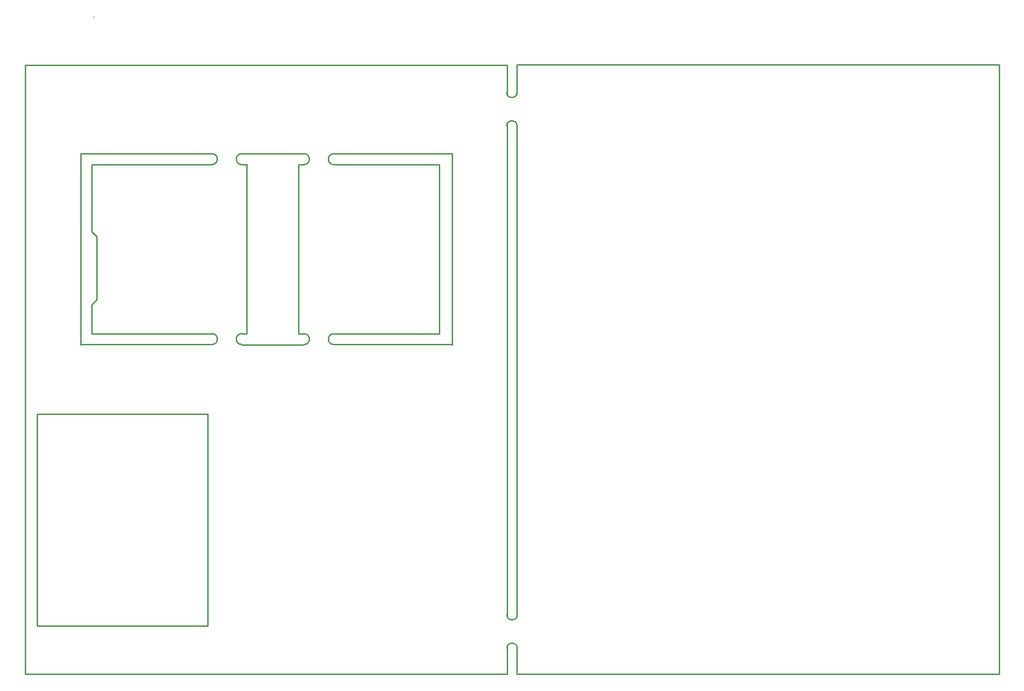
<source format=gko>
%FSLAX43Y43*%
%MOMM*%
G71*
G01*
G75*
%ADD10C,0.300*%
%ADD11R,1.800X1.600*%
%ADD12R,1.500X1.300*%
%ADD13O,1.800X0.350*%
%ADD14O,1.800X0.350*%
%ADD15R,2.500X0.500*%
%ADD16R,2.500X2.000*%
%ADD17R,1.600X1.800*%
%ADD18R,2.150X0.600*%
%ADD19R,2.150X0.600*%
%ADD20R,0.850X1.300*%
%ADD21R,1.300X0.850*%
%ADD22R,1.450X0.550*%
%ADD23R,1.450X0.550*%
%ADD24C,0.250*%
%ADD25R,0.300X1.600*%
%ADD26R,2.200X0.600*%
%ADD27R,2.700X2.500*%
%ADD28R,0.600X2.150*%
%ADD29R,1.550X0.600*%
%ADD30R,0.600X1.700*%
%ADD31R,1.300X1.500*%
%ADD32R,1.550X0.600*%
%ADD33R,2.200X0.550*%
%ADD34R,2.200X0.550*%
%ADD35R,2.200X0.600*%
%ADD36C,0.063*%
%ADD37R,0.600X2.150*%
%ADD38R,1.700X0.600*%
%ADD39R,1.700X0.600*%
%ADD40C,0.500*%
%ADD41C,1.000*%
%ADD42C,0.400*%
%ADD43C,0.600*%
%ADD44C,0.800*%
%ADD45C,0.100*%
%ADD46C,1.200*%
%ADD47R,1.500X1.500*%
%ADD48C,1.500*%
%ADD49C,1.800*%
%ADD50R,1.800X1.800*%
%ADD51O,1.500X2.000*%
%ADD52R,1.500X2.000*%
%ADD53R,1.400X1.400*%
%ADD54C,1.400*%
%ADD55C,2.500*%
%ADD56C,3.500*%
%ADD57C,5.000*%
%ADD58C,1.100*%
%ADD59C,1.500*%
%ADD60C,2.000*%
%ADD61C,1.300*%
%ADD62C,1.270*%
%ADD63R,0.950X0.900*%
%ADD64C,0.700*%
%ADD65R,2.003X1.803*%
%ADD66R,1.703X1.503*%
%ADD67O,2.003X0.553*%
%ADD68O,2.003X0.553*%
%ADD69R,2.703X0.703*%
%ADD70R,2.703X2.203*%
%ADD71R,1.803X2.003*%
%ADD72R,2.353X0.803*%
%ADD73R,2.353X0.803*%
%ADD74R,1.053X1.503*%
%ADD75R,1.503X1.053*%
%ADD76R,1.653X0.753*%
%ADD77R,1.653X0.753*%
%ADD78R,0.503X1.803*%
%ADD79R,2.403X0.803*%
%ADD80R,2.903X2.703*%
%ADD81R,0.803X2.353*%
%ADD82R,1.753X0.803*%
%ADD83R,0.803X1.903*%
%ADD84R,1.503X1.703*%
%ADD85R,1.753X0.803*%
%ADD86R,2.403X0.753*%
%ADD87R,2.403X0.753*%
%ADD88R,2.403X0.803*%
%ADD89R,0.803X2.353*%
%ADD90R,1.903X0.803*%
%ADD91R,1.903X0.803*%
%ADD92C,1.403*%
%ADD93R,1.703X1.703*%
%ADD94C,1.703*%
%ADD95C,2.003*%
%ADD96R,2.003X2.003*%
%ADD97O,1.703X2.203*%
%ADD98R,1.703X2.203*%
%ADD99R,1.603X1.603*%
%ADD100C,1.603*%
%ADD101C,2.703*%
%ADD102C,3.703*%
%ADD103C,5.203*%
%ADD104C,1.303*%
%ADD105C,1.703*%
%ADD106C,2.203*%
%ADD107C,1.503*%
%ADD108C,1.473*%
%ADD109R,1.153X1.103*%
%ADD110C,0.254*%
%ADD111C,0.200*%
D24*
X40000Y96045D02*
G03*
X40000Y94045I0J-1000D01*
G01*
X51500Y60805D02*
G03*
X51500Y62805I0J1000D01*
G01*
X57000D02*
G03*
X57000Y60805I0J-1000D01*
G01*
X51500Y94045D02*
G03*
X51500Y96045I0J1000D01*
G01*
X57000Y96045D02*
G03*
X57000Y94045I0J-1000D01*
G01*
X34500Y94045D02*
G03*
X34500Y96045I0J1000D01*
G01*
X40000Y62820D02*
G03*
X40000Y60820I0J-1000D01*
G01*
X34500D02*
G03*
X34500Y62820I0J1000D01*
G01*
X88915Y107298D02*
G03*
X90834Y107303I959J53D01*
G01*
X90833Y101254D02*
G03*
X88915Y101249I-959J-53D01*
G01*
X90883Y4804D02*
G03*
X88965Y4799I-959J-53D01*
G01*
X88965Y10848D02*
G03*
X90883Y10853I959J53D01*
G01*
X12674Y121301D02*
G03*
X12674Y121301I0J0D01*
G01*
G03*
X12674Y121301I0J0D01*
G01*
G03*
X12674Y121301I0J0D01*
G01*
G03*
X12674Y121301I0J0D01*
G01*
G03*
X12674Y121301I0J0D01*
G01*
G03*
X12674Y121301I0J0D01*
G01*
G03*
X12674Y121301I0J0D01*
G01*
G03*
X12674Y121301I0J0D01*
G01*
X90824Y107021D02*
Y112451D01*
X12300Y93971D02*
X12353Y94024D01*
X12300Y81671D02*
Y93971D01*
Y81671D02*
X13253Y80717D01*
Y69120D02*
Y80717D01*
X12300Y68167D02*
X13253Y69120D01*
X12300Y62800D02*
Y68167D01*
X57000Y94050D02*
X76491D01*
X57000Y96050D02*
X78849D01*
X50516Y62800D02*
X51500D01*
X40000Y60800D02*
X51500D01*
X40000Y62800D02*
X40960D01*
X50500Y62816D02*
Y94050D01*
X40960Y62816D02*
Y94050D01*
X78800Y60800D02*
X78850Y60850D01*
X10300D02*
X10350Y60800D01*
X2250Y8900D02*
X33750D01*
X2250Y8900D02*
Y48000D01*
X33750Y8900D02*
Y48000D01*
X18000D02*
X33750D01*
X2250D02*
X18050D01*
X0Y0D02*
X89000D01*
X0Y0D02*
Y112400D01*
X0Y112400D02*
X89000D01*
X10300Y60800D02*
Y95550D01*
X78850Y60800D02*
Y96050D01*
X10300Y95400D02*
Y96050D01*
X12300Y62900D02*
Y64150D01*
X57000Y62800D02*
X76500D01*
X57000Y60815D02*
X78864D01*
X10256D02*
X34500D01*
X12300Y62800D02*
X34500D01*
X12350Y94050D02*
X34500D01*
X10350Y96050D02*
X34500D01*
X40000Y94050D02*
X41000D01*
X40000Y96050D02*
X51500D01*
X40300Y96050D02*
X40300Y96050D01*
X89022Y107027D02*
Y112377D01*
X89000Y10700D02*
Y101500D01*
X89000Y0D02*
Y4950D01*
X76500Y62800D02*
Y94000D01*
X41961Y96050D02*
X41961Y96050D01*
X90824Y1D02*
X179824D01*
X90824Y112451D02*
X179824D01*
X90824Y1D02*
Y5001D01*
Y10601D02*
Y101301D01*
X179824Y4701D02*
Y112351D01*
X179824Y10701D02*
Y101501D01*
Y1D02*
Y5001D01*
D110*
X50500Y94050D02*
X51500D01*
D111*
X40810Y62800D02*
X40860Y62850D01*
M02*

</source>
